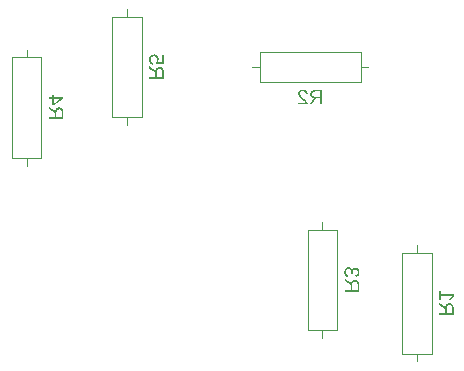
<source format=gbr>
G04 EAGLE Gerber RS-274X export*
G75*
%MOMM*%
%FSLAX34Y34*%
%LPD*%
%INSilkscreen Bottom*%
%IPPOS*%
%AMOC8*
5,1,8,0,0,1.08239X$1,22.5*%
G01*
G04 Define Apertures*
%ADD10C,0.120000*%
G36*
X391191Y90007D02*
X378850Y90007D01*
X378850Y91680D01*
X383974Y91680D01*
X383974Y95525D01*
X378850Y98730D01*
X378850Y100657D01*
X381903Y98645D01*
X384166Y97154D01*
X384239Y97497D01*
X384332Y97821D01*
X384448Y98126D01*
X384585Y98412D01*
X384677Y98568D01*
X384743Y98679D01*
X384924Y98927D01*
X385125Y99155D01*
X385349Y99365D01*
X385590Y99553D01*
X385845Y99716D01*
X386113Y99854D01*
X386395Y99966D01*
X386691Y100054D01*
X387001Y100117D01*
X387324Y100154D01*
X387661Y100167D01*
X388066Y100149D01*
X388447Y100096D01*
X388806Y100007D01*
X389142Y99883D01*
X389456Y99724D01*
X389746Y99529D01*
X390013Y99298D01*
X390258Y99033D01*
X390477Y98734D01*
X390666Y98406D01*
X390826Y98048D01*
X390958Y97661D01*
X391060Y97244D01*
X391132Y96797D01*
X391176Y96320D01*
X391191Y95814D01*
X391191Y90007D01*
G37*
%LPC*%
G36*
X389851Y91680D02*
X389851Y95647D01*
X389842Y95981D01*
X389815Y96295D01*
X389771Y96588D01*
X389710Y96861D01*
X389630Y97115D01*
X389533Y97348D01*
X389418Y97561D01*
X389286Y97754D01*
X389137Y97925D01*
X388971Y98074D01*
X388790Y98199D01*
X388593Y98302D01*
X388380Y98382D01*
X388150Y98439D01*
X387905Y98474D01*
X387644Y98485D01*
X387373Y98474D01*
X387118Y98440D01*
X386879Y98384D01*
X386655Y98304D01*
X386446Y98203D01*
X386253Y98079D01*
X386076Y97932D01*
X385914Y97763D01*
X385769Y97573D01*
X385644Y97364D01*
X385537Y97136D01*
X385451Y96890D01*
X385383Y96625D01*
X385335Y96341D01*
X385306Y96039D01*
X385296Y95717D01*
X385296Y91680D01*
X389851Y91680D01*
G37*
%LPD*%
G36*
X380190Y102839D02*
X378850Y102839D01*
X378850Y110573D01*
X380190Y110573D01*
X380190Y107569D01*
X391191Y107569D01*
X391191Y106115D01*
X389185Y103198D01*
X387696Y103198D01*
X389684Y105984D01*
X380190Y105984D01*
X380190Y102839D01*
G37*
G36*
X271270Y268450D02*
X269343Y268450D01*
X271355Y271503D01*
X272846Y273766D01*
X272503Y273839D01*
X272179Y273932D01*
X271874Y274048D01*
X271588Y274185D01*
X271432Y274277D01*
X271321Y274343D01*
X271073Y274524D01*
X270845Y274725D01*
X270635Y274949D01*
X270447Y275190D01*
X270284Y275445D01*
X270146Y275713D01*
X270034Y275995D01*
X269946Y276291D01*
X269883Y276601D01*
X269846Y276924D01*
X269833Y277261D01*
X269851Y277666D01*
X269904Y278047D01*
X269993Y278406D01*
X270117Y278742D01*
X270276Y279056D01*
X270471Y279346D01*
X270702Y279613D01*
X270968Y279858D01*
X271266Y280077D01*
X271594Y280266D01*
X271952Y280426D01*
X272339Y280558D01*
X272757Y280660D01*
X273203Y280732D01*
X273680Y280776D01*
X274186Y280791D01*
X279993Y280791D01*
X279993Y268450D01*
X278320Y268450D01*
X278320Y273574D01*
X274475Y273574D01*
X271270Y268450D01*
G37*
%LPC*%
G36*
X278320Y274896D02*
X278320Y279451D01*
X274353Y279451D01*
X274019Y279442D01*
X273705Y279415D01*
X273412Y279371D01*
X273139Y279310D01*
X272885Y279230D01*
X272652Y279133D01*
X272439Y279018D01*
X272246Y278886D01*
X272075Y278737D01*
X271926Y278571D01*
X271801Y278390D01*
X271698Y278193D01*
X271618Y277980D01*
X271561Y277750D01*
X271526Y277505D01*
X271515Y277244D01*
X271526Y276973D01*
X271560Y276718D01*
X271617Y276479D01*
X271696Y276255D01*
X271797Y276046D01*
X271921Y275853D01*
X272068Y275676D01*
X272237Y275514D01*
X272428Y275369D01*
X272636Y275244D01*
X272864Y275137D01*
X273110Y275051D01*
X273375Y274983D01*
X273659Y274935D01*
X273961Y274906D01*
X274283Y274896D01*
X278320Y274896D01*
G37*
%LPD*%
G36*
X267625Y268450D02*
X259453Y268450D01*
X259453Y269790D01*
X265891Y269790D01*
X265739Y270100D01*
X265545Y270415D01*
X265309Y270737D01*
X265032Y271064D01*
X264709Y271405D01*
X264334Y271766D01*
X263908Y272147D01*
X263430Y272549D01*
X262588Y273245D01*
X261895Y273843D01*
X261349Y274344D01*
X260951Y274747D01*
X260647Y275102D01*
X260383Y275457D01*
X260159Y275812D01*
X259974Y276166D01*
X259831Y276522D01*
X259728Y276878D01*
X259666Y277235D01*
X259646Y277594D01*
X259662Y277987D01*
X259709Y278358D01*
X259787Y278705D01*
X259897Y279029D01*
X260038Y279330D01*
X260210Y279608D01*
X260414Y279863D01*
X260649Y280094D01*
X260913Y280301D01*
X261204Y280480D01*
X261522Y280631D01*
X261867Y280755D01*
X262239Y280851D01*
X262638Y280920D01*
X263064Y280961D01*
X263517Y280975D01*
X263932Y280961D01*
X264328Y280920D01*
X264705Y280852D01*
X265062Y280756D01*
X265400Y280633D01*
X265719Y280482D01*
X266018Y280304D01*
X266298Y280099D01*
X266554Y279870D01*
X266782Y279623D01*
X266982Y279357D01*
X267153Y279072D01*
X267296Y278768D01*
X267411Y278445D01*
X267497Y278103D01*
X267555Y277743D01*
X265943Y277594D01*
X265906Y277834D01*
X265853Y278061D01*
X265782Y278274D01*
X265695Y278473D01*
X265591Y278658D01*
X265470Y278830D01*
X265332Y278987D01*
X265177Y279131D01*
X265008Y279259D01*
X264829Y279371D01*
X264638Y279465D01*
X264436Y279542D01*
X264223Y279601D01*
X263999Y279644D01*
X263764Y279670D01*
X263517Y279678D01*
X263260Y279670D01*
X263016Y279643D01*
X262788Y279600D01*
X262574Y279538D01*
X262374Y279459D01*
X262189Y279363D01*
X262018Y279249D01*
X261862Y279118D01*
X261722Y278971D01*
X261601Y278809D01*
X261499Y278633D01*
X261415Y278443D01*
X261350Y278239D01*
X261304Y278021D01*
X261276Y277788D01*
X261266Y277541D01*
X261288Y277175D01*
X261353Y276828D01*
X261461Y276500D01*
X261612Y276193D01*
X261799Y275898D01*
X262012Y275610D01*
X262252Y275329D01*
X262519Y275054D01*
X263113Y274511D01*
X263776Y273968D01*
X264475Y273402D01*
X265181Y272790D01*
X265532Y272463D01*
X265874Y272118D01*
X266209Y271754D01*
X266535Y271371D01*
X266844Y270964D01*
X267129Y270527D01*
X267389Y270060D01*
X267625Y269562D01*
X267625Y268450D01*
G37*
G36*
X311191Y110007D02*
X298850Y110007D01*
X298850Y111680D01*
X303974Y111680D01*
X303974Y115525D01*
X298850Y118730D01*
X298850Y120657D01*
X301903Y118645D01*
X304166Y117154D01*
X304239Y117497D01*
X304332Y117821D01*
X304448Y118126D01*
X304585Y118412D01*
X304677Y118568D01*
X304743Y118679D01*
X304924Y118927D01*
X305125Y119155D01*
X305349Y119365D01*
X305590Y119553D01*
X305845Y119716D01*
X306113Y119854D01*
X306395Y119966D01*
X306691Y120054D01*
X307001Y120117D01*
X307324Y120154D01*
X307661Y120167D01*
X308066Y120149D01*
X308447Y120096D01*
X308806Y120007D01*
X309142Y119883D01*
X309456Y119724D01*
X309746Y119529D01*
X310013Y119298D01*
X310258Y119033D01*
X310477Y118734D01*
X310666Y118406D01*
X310826Y118048D01*
X310958Y117661D01*
X311060Y117244D01*
X311132Y116797D01*
X311176Y116320D01*
X311191Y115814D01*
X311191Y110007D01*
G37*
%LPC*%
G36*
X309851Y111680D02*
X309851Y115647D01*
X309842Y115981D01*
X309815Y116295D01*
X309771Y116588D01*
X309710Y116861D01*
X309630Y117115D01*
X309533Y117348D01*
X309418Y117561D01*
X309286Y117754D01*
X309137Y117925D01*
X308971Y118074D01*
X308790Y118199D01*
X308593Y118302D01*
X308380Y118382D01*
X308150Y118439D01*
X307905Y118474D01*
X307644Y118485D01*
X307373Y118474D01*
X307118Y118440D01*
X306879Y118384D01*
X306655Y118304D01*
X306446Y118203D01*
X306253Y118079D01*
X306076Y117932D01*
X305914Y117763D01*
X305769Y117573D01*
X305644Y117364D01*
X305537Y117136D01*
X305451Y116890D01*
X305383Y116625D01*
X305335Y116341D01*
X305306Y116039D01*
X305296Y115717D01*
X305296Y111680D01*
X309851Y111680D01*
G37*
%LPD*%
G36*
X302021Y122156D02*
X301619Y122223D01*
X301244Y122318D01*
X300893Y122441D01*
X300568Y122593D01*
X300268Y122773D01*
X299993Y122981D01*
X299744Y123218D01*
X299520Y123483D01*
X299322Y123774D01*
X299150Y124089D01*
X299005Y124427D01*
X298886Y124789D01*
X298794Y125175D01*
X298728Y125584D01*
X298688Y126017D01*
X298675Y126474D01*
X298690Y126963D01*
X298733Y127423D01*
X298807Y127854D01*
X298909Y128256D01*
X299041Y128629D01*
X299202Y128974D01*
X299392Y129289D01*
X299612Y129575D01*
X299858Y129829D01*
X300129Y130050D01*
X300423Y130236D01*
X300742Y130389D01*
X301085Y130508D01*
X301451Y130593D01*
X301842Y130644D01*
X302257Y130661D01*
X302546Y130649D01*
X302823Y130612D01*
X303087Y130552D01*
X303339Y130468D01*
X303578Y130360D01*
X303804Y130227D01*
X304018Y130071D01*
X304219Y129890D01*
X304404Y129688D01*
X304569Y129466D01*
X304715Y129226D01*
X304841Y128966D01*
X304947Y128687D01*
X305034Y128389D01*
X305100Y128072D01*
X305147Y127735D01*
X305182Y127735D01*
X305256Y128041D01*
X305344Y128328D01*
X305447Y128597D01*
X305565Y128847D01*
X305697Y129077D01*
X305845Y129290D01*
X306008Y129483D01*
X306185Y129658D01*
X306377Y129813D01*
X306583Y129947D01*
X306803Y130061D01*
X307036Y130154D01*
X307283Y130226D01*
X307544Y130278D01*
X307819Y130309D01*
X308108Y130319D01*
X308483Y130303D01*
X308836Y130255D01*
X309168Y130174D01*
X309480Y130062D01*
X309770Y129917D01*
X310038Y129740D01*
X310286Y129531D01*
X310512Y129290D01*
X310714Y129020D01*
X310889Y128724D01*
X311038Y128402D01*
X311159Y128054D01*
X311253Y127680D01*
X311321Y127281D01*
X311361Y126855D01*
X311375Y126404D01*
X311361Y125989D01*
X311322Y125593D01*
X311255Y125216D01*
X311162Y124859D01*
X311043Y124521D01*
X310897Y124203D01*
X310724Y123903D01*
X310525Y123623D01*
X310302Y123367D01*
X310059Y123139D01*
X309794Y122939D01*
X309509Y122768D01*
X309203Y122625D01*
X308876Y122511D01*
X308529Y122424D01*
X308160Y122366D01*
X308038Y123952D01*
X308274Y123986D01*
X308496Y124038D01*
X308705Y124106D01*
X308900Y124191D01*
X309082Y124293D01*
X309250Y124412D01*
X309404Y124548D01*
X309544Y124700D01*
X309669Y124868D01*
X309778Y125047D01*
X309870Y125239D01*
X309945Y125444D01*
X310003Y125661D01*
X310045Y125890D01*
X310070Y126132D01*
X310078Y126386D01*
X310069Y126664D01*
X310043Y126925D01*
X309998Y127168D01*
X309935Y127393D01*
X309854Y127600D01*
X309756Y127790D01*
X309639Y127962D01*
X309505Y128116D01*
X309355Y128253D01*
X309192Y128371D01*
X309016Y128471D01*
X308827Y128553D01*
X308625Y128617D01*
X308410Y128662D01*
X308182Y128690D01*
X307941Y128699D01*
X307699Y128688D01*
X307469Y128654D01*
X307253Y128598D01*
X307051Y128520D01*
X306863Y128420D01*
X306688Y128297D01*
X306526Y128152D01*
X306378Y127985D01*
X306246Y127797D01*
X306131Y127592D01*
X306034Y127368D01*
X305954Y127125D01*
X305892Y126865D01*
X305848Y126587D01*
X305822Y126290D01*
X305813Y125975D01*
X305813Y125116D01*
X304447Y125116D01*
X304447Y126010D01*
X304438Y126365D01*
X304411Y126698D01*
X304367Y127010D01*
X304305Y127301D01*
X304226Y127570D01*
X304129Y127817D01*
X304014Y128043D01*
X303882Y128248D01*
X303734Y128429D01*
X303572Y128587D01*
X303396Y128720D01*
X303206Y128829D01*
X303003Y128914D01*
X302786Y128974D01*
X302555Y129011D01*
X302310Y129023D01*
X302029Y129012D01*
X301767Y128980D01*
X301523Y128927D01*
X301296Y128853D01*
X301087Y128758D01*
X300896Y128641D01*
X300722Y128503D01*
X300567Y128344D01*
X300429Y128166D01*
X300310Y127973D01*
X300209Y127763D01*
X300127Y127537D01*
X300062Y127295D01*
X300017Y127038D01*
X299989Y126764D01*
X299980Y126474D01*
X299988Y126185D01*
X300014Y125913D01*
X300057Y125656D01*
X300117Y125416D01*
X300194Y125192D01*
X300288Y124983D01*
X300399Y124791D01*
X300527Y124615D01*
X300673Y124455D01*
X300835Y124311D01*
X301015Y124183D01*
X301212Y124071D01*
X301425Y123976D01*
X301656Y123896D01*
X301904Y123833D01*
X302169Y123785D01*
X302021Y122156D01*
G37*
G36*
X60791Y255807D02*
X48450Y255807D01*
X48450Y257480D01*
X53574Y257480D01*
X53574Y261325D01*
X48450Y264530D01*
X48450Y266457D01*
X51503Y264445D01*
X53766Y262954D01*
X53839Y263297D01*
X53932Y263621D01*
X54048Y263926D01*
X54185Y264212D01*
X54277Y264368D01*
X54343Y264479D01*
X54524Y264727D01*
X54725Y264955D01*
X54949Y265165D01*
X55190Y265353D01*
X55445Y265516D01*
X55713Y265654D01*
X55995Y265766D01*
X56291Y265854D01*
X56601Y265917D01*
X56924Y265954D01*
X57261Y265967D01*
X57666Y265949D01*
X58047Y265896D01*
X58406Y265807D01*
X58742Y265683D01*
X59056Y265524D01*
X59346Y265329D01*
X59613Y265098D01*
X59858Y264833D01*
X60077Y264534D01*
X60266Y264206D01*
X60426Y263848D01*
X60558Y263461D01*
X60660Y263044D01*
X60732Y262597D01*
X60776Y262120D01*
X60791Y261614D01*
X60791Y255807D01*
G37*
%LPC*%
G36*
X59451Y257480D02*
X59451Y261447D01*
X59442Y261781D01*
X59415Y262095D01*
X59371Y262388D01*
X59310Y262661D01*
X59230Y262915D01*
X59133Y263148D01*
X59018Y263361D01*
X58886Y263554D01*
X58737Y263725D01*
X58571Y263874D01*
X58390Y263999D01*
X58193Y264102D01*
X57980Y264182D01*
X57750Y264239D01*
X57505Y264274D01*
X57244Y264285D01*
X56973Y264274D01*
X56718Y264240D01*
X56479Y264184D01*
X56255Y264104D01*
X56046Y264003D01*
X55853Y263879D01*
X55676Y263732D01*
X55514Y263563D01*
X55369Y263373D01*
X55244Y263164D01*
X55137Y262936D01*
X55051Y262690D01*
X54983Y262425D01*
X54935Y262141D01*
X54906Y261839D01*
X54896Y261517D01*
X54896Y257480D01*
X59451Y257480D01*
G37*
%LPD*%
G36*
X52470Y267685D02*
X51244Y267685D01*
X51244Y273500D01*
X48450Y273500D01*
X48450Y274989D01*
X51244Y274989D01*
X51244Y276723D01*
X52488Y276723D01*
X52488Y274989D01*
X60791Y274989D01*
X60791Y273334D01*
X52470Y267685D01*
G37*
%LPC*%
G36*
X52488Y269138D02*
X52663Y269279D01*
X53311Y269752D01*
X57971Y272913D01*
X58549Y273255D01*
X59013Y273500D01*
X52488Y273500D01*
X52488Y269138D01*
G37*
%LPD*%
G36*
X145891Y290107D02*
X133550Y290107D01*
X133550Y291780D01*
X138674Y291780D01*
X138674Y295625D01*
X133550Y298830D01*
X133550Y300757D01*
X136603Y298745D01*
X138866Y297254D01*
X138939Y297597D01*
X139032Y297921D01*
X139148Y298226D01*
X139285Y298512D01*
X139377Y298668D01*
X139443Y298779D01*
X139624Y299027D01*
X139825Y299255D01*
X140049Y299465D01*
X140290Y299653D01*
X140545Y299816D01*
X140813Y299954D01*
X141095Y300066D01*
X141391Y300154D01*
X141701Y300217D01*
X142024Y300254D01*
X142361Y300267D01*
X142766Y300249D01*
X143147Y300196D01*
X143506Y300107D01*
X143842Y299983D01*
X144156Y299824D01*
X144446Y299629D01*
X144713Y299398D01*
X144958Y299133D01*
X145177Y298834D01*
X145366Y298506D01*
X145526Y298148D01*
X145658Y297761D01*
X145760Y297344D01*
X145832Y296897D01*
X145876Y296420D01*
X145891Y295914D01*
X145891Y290107D01*
G37*
%LPC*%
G36*
X144551Y291780D02*
X144551Y295747D01*
X144542Y296081D01*
X144515Y296395D01*
X144471Y296688D01*
X144410Y296961D01*
X144330Y297215D01*
X144233Y297448D01*
X144118Y297661D01*
X143986Y297854D01*
X143837Y298025D01*
X143671Y298174D01*
X143490Y298299D01*
X143293Y298402D01*
X143080Y298482D01*
X142850Y298539D01*
X142605Y298574D01*
X142344Y298585D01*
X142073Y298574D01*
X141818Y298540D01*
X141579Y298484D01*
X141355Y298404D01*
X141146Y298303D01*
X140953Y298179D01*
X140776Y298032D01*
X140614Y297863D01*
X140469Y297673D01*
X140344Y297464D01*
X140237Y297236D01*
X140151Y296990D01*
X140083Y296725D01*
X140035Y296441D01*
X140006Y296139D01*
X139996Y295817D01*
X139996Y291780D01*
X144551Y291780D01*
G37*
%LPD*%
G36*
X136309Y302291D02*
X135963Y302373D01*
X135637Y302480D01*
X135333Y302611D01*
X135050Y302766D01*
X134788Y302946D01*
X134547Y303150D01*
X134327Y303378D01*
X134128Y303631D01*
X133952Y303907D01*
X133799Y304203D01*
X133669Y304520D01*
X133563Y304857D01*
X133481Y305216D01*
X133422Y305595D01*
X133387Y305995D01*
X133375Y306416D01*
X133392Y306917D01*
X133445Y307389D01*
X133533Y307834D01*
X133655Y308250D01*
X133813Y308639D01*
X134005Y308999D01*
X134233Y309331D01*
X134496Y309635D01*
X134789Y309907D01*
X135108Y310143D01*
X135454Y310342D01*
X135825Y310506D01*
X136222Y310632D01*
X136646Y310723D01*
X137095Y310778D01*
X137570Y310796D01*
X137989Y310779D01*
X138388Y310728D01*
X138767Y310644D01*
X139125Y310525D01*
X139463Y310373D01*
X139781Y310187D01*
X140078Y309967D01*
X140355Y309714D01*
X140606Y309432D01*
X140823Y309127D01*
X141007Y308799D01*
X141157Y308447D01*
X141274Y308073D01*
X141357Y307675D01*
X141407Y307254D01*
X141424Y306811D01*
X141412Y306437D01*
X141375Y306080D01*
X141313Y305738D01*
X141227Y305411D01*
X141116Y305101D01*
X140981Y304805D01*
X140820Y304526D01*
X140636Y304262D01*
X144551Y304498D01*
X144551Y310077D01*
X145891Y310077D01*
X145891Y303062D01*
X139252Y302650D01*
X139252Y304192D01*
X139475Y304468D01*
X139663Y304743D01*
X139817Y305019D01*
X139935Y305295D01*
X140023Y305577D01*
X140086Y305869D01*
X140124Y306172D01*
X140136Y306486D01*
X140125Y306785D01*
X140092Y307068D01*
X140035Y307335D01*
X139957Y307587D01*
X139856Y307822D01*
X139732Y308042D01*
X139587Y308247D01*
X139418Y308435D01*
X139232Y308605D01*
X139031Y308751D01*
X138817Y308876D01*
X138588Y308977D01*
X138346Y309056D01*
X138090Y309113D01*
X137819Y309147D01*
X137535Y309158D01*
X137209Y309147D01*
X136901Y309113D01*
X136611Y309057D01*
X136339Y308978D01*
X136084Y308877D01*
X135848Y308754D01*
X135629Y308608D01*
X135429Y308440D01*
X135249Y308251D01*
X135093Y308046D01*
X134962Y307823D01*
X134854Y307583D01*
X134770Y307326D01*
X134710Y307052D01*
X134674Y306760D01*
X134662Y306451D01*
X134669Y306199D01*
X134691Y305959D01*
X134727Y305731D01*
X134777Y305516D01*
X134841Y305313D01*
X134920Y305122D01*
X135013Y304943D01*
X135120Y304776D01*
X135242Y304622D01*
X135377Y304480D01*
X135528Y304350D01*
X135692Y304233D01*
X135871Y304127D01*
X136064Y304034D01*
X136271Y303954D01*
X136493Y303885D01*
X136309Y302291D01*
G37*
D10*
X347500Y57500D02*
X372500Y57500D01*
X372500Y142500D01*
X347500Y142500D01*
X347500Y57500D01*
X360000Y57500D02*
X360000Y50890D01*
X360000Y142500D02*
X360000Y149110D01*
X227500Y287500D02*
X227500Y312500D01*
X227500Y287500D02*
X312500Y287500D01*
X312500Y312500D01*
X227500Y312500D01*
X227500Y300000D02*
X220890Y300000D01*
X312500Y300000D02*
X319110Y300000D01*
X292500Y77500D02*
X267500Y77500D01*
X292500Y77500D02*
X292500Y162500D01*
X267500Y162500D01*
X267500Y77500D01*
X280000Y77500D02*
X280000Y70890D01*
X280000Y162500D02*
X280000Y169110D01*
X42100Y223300D02*
X17100Y223300D01*
X42100Y223300D02*
X42100Y308300D01*
X17100Y308300D01*
X17100Y223300D01*
X29600Y223300D02*
X29600Y216690D01*
X29600Y308300D02*
X29600Y314910D01*
X102200Y257600D02*
X127200Y257600D01*
X127200Y342600D01*
X102200Y342600D01*
X102200Y257600D01*
X114700Y257600D02*
X114700Y250990D01*
X114700Y342600D02*
X114700Y349210D01*
M02*

</source>
